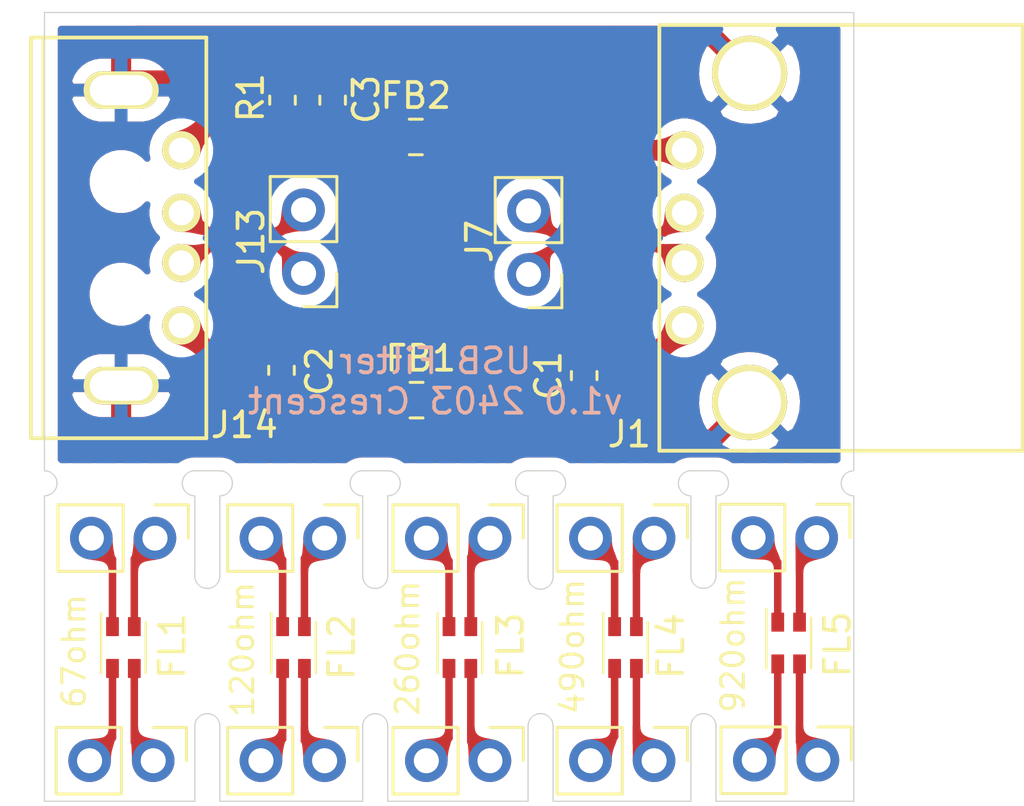
<source format=kicad_pcb>
(kicad_pcb (version 20171130) (host pcbnew "(5.1.2)-1")
  (title_block (title "USB Filter") (date 2024-03-13) (rev v1.0) (company Crescent))
  (layers (0 F.Cu signal) (31 B.Cu signal) (34 B.Paste user) (35 F.Paste user) (36 B.SilkS user) (37 F.SilkS user) (38 B.Mask user) (39 F.Mask user) (44 Edge.Cuts user))
  (net 0 "")
  (net 1 "Net-(C1-Pad2)")
  (net 2 "Net-(C1-Pad1)")
  (net 3 "Net-(C2-Pad1)")
  (net 4 "Net-(C3-Pad2)")
  (net 5 "Net-(FL1-Pad4)")
  (net 6 "Net-(FL1-Pad3)")
  (net 7 "Net-(FL1-Pad2)")
  (net 8 "Net-(FL1-Pad1)")
  (net 9 "Net-(FL2-Pad4)")
  (net 10 "Net-(FL2-Pad3)")
  (net 11 "Net-(FL2-Pad2)")
  (net 12 "Net-(FL2-Pad1)")
  (net 13 "Net-(FL3-Pad4)")
  (net 14 "Net-(FL3-Pad3)")
  (net 15 "Net-(FL3-Pad2)")
  (net 16 "Net-(FL3-Pad1)")
  (net 17 "Net-(FL4-Pad4)")
  (net 18 "Net-(FL4-Pad3)")
  (net 19 "Net-(FL4-Pad2)")
  (net 20 "Net-(FL4-Pad1)")
  (net 21 "Net-(FL5-Pad4)")
  (net 22 "Net-(FL5-Pad3)")
  (net 23 "Net-(FL5-Pad2)")
  (net 24 "Net-(FL5-Pad1)")
  (net 25 "Net-(J1-Pad3)")
  (net 26 "Net-(J1-Pad2)")
  (net 27 "Net-(J13-Pad2)")
  (net 28 "Net-(J13-Pad1)")
  (net 29 "Net-(C2-Pad2)")
  (module MountingHole:MountingHole_2.5mm (layer F.Cu) (at 159.4 128.3)
    (fp_text reference REF1 hide)
    (fp_text value MountingHole_2.5mm)
    (pad "" np_thru_hole circle (at 0 0) (size 0.6 0.6) (drill 0.6) (layers *.Cu))
  )
  (module MountingHole:MountingHole_2.5mm (layer F.Cu) (at 158.5 128.3)
    (fp_text reference REF1 hide)
    (fp_text value MountingHole_2.5mm)
    (pad "" np_thru_hole circle (at 0 0) (size 0.6 0.6) (drill 0.6) (layers *.Cu))
  )
  (module MountingHole:MountingHole_2.5mm (layer F.Cu) (at 157.6 128.3)
    (fp_text reference REF1 hide)
    (fp_text value MountingHole_2.5mm)
    (pad "" np_thru_hole circle (at 0 0) (size 0.6 0.6) (drill 0.6) (layers *.Cu))
  )
  (module MountingHole:MountingHole_2.5mm (layer F.Cu) (at 156.7 128.3)
    (fp_text reference REF1 hide)
    (fp_text value MountingHole_2.5mm)
    (pad "" np_thru_hole circle (at 0 0) (size 0.6 0.6) (drill 0.6) (layers *.Cu))
  )
  (module MountingHole:MountingHole_2.5mm (layer F.Cu) (at 155.8 128.3)
    (fp_text reference REF1 hide)
    (fp_text value MountingHole_2.5mm)
    (pad "" np_thru_hole circle (at 0 0) (size 0.6 0.6) (drill 0.6) (layers *.Cu))
  )
  (module MountingHole:MountingHole_2.5mm (layer F.Cu) (at 152.9 128.3)
    (fp_text reference REF1 hide)
    (fp_text value MountingHole_2.5mm)
    (pad "" np_thru_hole circle (at 0 0) (size 0.6 0.6) (drill 0.6) (layers *.Cu))
  )
  (module MountingHole:MountingHole_2.5mm (layer F.Cu) (at 152 128.3)
    (fp_text reference REF1 hide)
    (fp_text value MountingHole_2.5mm)
    (pad "" np_thru_hole circle (at 0 0) (size 0.6 0.6) (drill 0.6) (layers *.Cu))
  )
  (module MountingHole:MountingHole_2.5mm (layer F.Cu) (at 151.1 128.3)
    (fp_text reference REF1 hide)
    (fp_text value MountingHole_2.5mm)
    (pad "" np_thru_hole circle (at 0 0) (size 0.6 0.6) (drill 0.6) (layers *.Cu))
  )
  (module MountingHole:MountingHole_2.5mm (layer F.Cu) (at 150.2 128.3)
    (fp_text reference REF1 hide)
    (fp_text value MountingHole_2.5mm)
    (pad "" np_thru_hole circle (at 0 0) (size 0.6 0.6) (drill 0.6) (layers *.Cu))
  )
  (module MountingHole:MountingHole_2.5mm (layer F.Cu) (at 149.3 128.3)
    (fp_text reference REF1 hide)
    (fp_text value MountingHole_2.5mm)
    (pad "" np_thru_hole circle (at 0 0) (size 0.6 0.6) (drill 0.6) (layers *.Cu))
  )
  (module MountingHole:MountingHole_2.5mm (layer F.Cu) (at 146.3 128.3)
    (fp_text reference REF1 hide)
    (fp_text value MountingHole_2.5mm)
    (pad "" np_thru_hole circle (at 0 0) (size 0.6 0.6) (drill 0.6) (layers *.Cu))
  )
  (module MountingHole:MountingHole_2.5mm (layer F.Cu) (at 145.4 128.3)
    (fp_text reference REF1 hide)
    (fp_text value MountingHole_2.5mm)
    (pad "" np_thru_hole circle (at 0 0) (size 0.6 0.6) (drill 0.6) (layers *.Cu))
  )
  (module MountingHole:MountingHole_2.5mm (layer F.Cu) (at 144.5 128.3)
    (fp_text reference REF1 hide)
    (fp_text value MountingHole_2.5mm)
    (pad "" np_thru_hole circle (at 0 0) (size 0.6 0.6) (drill 0.6) (layers *.Cu))
  )
  (module MountingHole:MountingHole_2.5mm (layer F.Cu) (at 143.6 128.3)
    (fp_text reference REF1 hide)
    (fp_text value MountingHole_2.5mm)
    (pad "" np_thru_hole circle (at 0 0) (size 0.6 0.6) (drill 0.6) (layers *.Cu))
  )
  (module MountingHole:MountingHole_2.5mm (layer F.Cu) (at 142.7 128.3)
    (fp_text reference REF1 hide)
    (fp_text value MountingHole_2.5mm)
    (pad "" np_thru_hole circle (at 0 0) (size 0.6 0.6) (drill 0.6) (layers *.Cu))
  )
  (module MountingHole:MountingHole_2.5mm (layer F.Cu) (at 139.7 128.3)
    (fp_text reference REF1 hide)
    (fp_text value MountingHole_2.5mm)
    (pad "" np_thru_hole circle (at 0 0) (size 0.6 0.6) (drill 0.6) (layers *.Cu))
  )
  (module MountingHole:MountingHole_2.5mm (layer F.Cu) (at 138.8 128.3)
    (fp_text reference REF1 hide)
    (fp_text value MountingHole_2.5mm)
    (pad "" np_thru_hole circle (at 0 0) (size 0.6 0.6) (drill 0.6) (layers *.Cu))
  )
  (module MountingHole:MountingHole_2.5mm (layer F.Cu) (at 137.9 128.3)
    (fp_text reference REF1 hide)
    (fp_text value MountingHole_2.5mm)
    (pad "" np_thru_hole circle (at 0 0) (size 0.6 0.6) (drill 0.6) (layers *.Cu))
  )
  (module MountingHole:MountingHole_2.5mm (layer F.Cu) (at 137 128.3)
    (fp_text reference REF1 hide)
    (fp_text value MountingHole_2.5mm)
    (pad "" np_thru_hole circle (at 0 0) (size 0.6 0.6) (drill 0.6) (layers *.Cu))
  )
  (module MountingHole:MountingHole_2.5mm (layer F.Cu) (at 136 128.3)
    (fp_text reference REF1 hide)
    (fp_text value MountingHole_2.5mm)
    (pad "" np_thru_hole circle (at 0 0) (size 0.6 0.6) (drill 0.6) (layers *.Cu))
  )
  (module MountingHole:MountingHole_2.5mm (layer F.Cu) (at 129 128.3)
    (fp_text reference REF1 hide)
    (fp_text value MountingHole_2.5mm)
    (pad "" np_thru_hole circle (at 0 0) (size 0.6 0.6) (drill 0.6) (layers *.Cu))
  )
  (module MountingHole:MountingHole_2.5mm (layer F.Cu) (at 130 128.3)
    (fp_text reference REF1 hide)
    (fp_text value MountingHole_2.5mm)
    (pad "" np_thru_hole circle (at 0 0) (size 0.6 0.6) (drill 0.6) (layers *.Cu))
  )
  (module MountingHole:MountingHole_2.5mm (layer F.Cu) (at 131 128.3)
    (fp_text reference REF1 hide)
    (fp_text value MountingHole_2.5mm)
    (pad "" np_thru_hole circle (at 0 0) (size 0.6 0.6) (drill 0.6) (layers *.Cu))
  )
  (module MountingHole:MountingHole_2.5mm (layer F.Cu) (at 132 128.3)
    (fp_text reference REF1 hide)
    (fp_text value MountingHole_2.5mm)
    (pad "" np_thru_hole circle (at 0 0) (size 0.6 0.6) (drill 0.6) (layers *.Cu))
  )
  (module MountingHole:MountingHole_2.5mm (layer F.Cu) (at 133 128.3)
    (fp_text reference REF1 hide)
    (fp_text value MountingHole_2.5mm)
    (pad "" np_thru_hole circle (at 0 0) (size 0.6 0.6) (drill 0.6) (layers *.Cu))
  )
  (module MountingHole:MountingHole_2.5mm (layer F.Cu) (at 134.5 137)
    (fp_text reference REF1 hide)
    (fp_text value MountingHole_2.5mm)
    (pad "" np_thru_hole circle (at 0 0) (size 0.6 0.6) (drill 0.6) (layers *.Cu))
  )
  (module MountingHole:MountingHole_2.5mm (layer F.Cu) (at 134.5 136)
    (fp_text reference REF1 hide)
    (fp_text value MountingHole_2.5mm)
    (pad "" np_thru_hole circle (at 0 0) (size 0.6 0.6) (drill 0.6) (layers *.Cu))
  )
  (module MountingHole:MountingHole_2.5mm (layer F.Cu) (at 134.5 135)
    (fp_text reference REF1 hide)
    (fp_text value MountingHole_2.5mm)
    (pad "" np_thru_hole circle (at 0 0) (size 0.6 0.6) (drill 0.6) (layers *.Cu))
  )
  (module MountingHole:MountingHole_2.5mm (layer F.Cu) (at 134.5 134)
    (fp_text reference REF1 hide)
    (fp_text value MountingHole_2.5mm)
    (pad "" np_thru_hole circle (at 0 0) (size 0.6 0.6) (drill 0.6) (layers *.Cu))
  )
  (module MountingHole:MountingHole_2.5mm (layer F.Cu) (at 134.5 133)
    (fp_text reference REF1 hide)
    (fp_text value MountingHole_2.5mm)
    (pad "" np_thru_hole circle (at 0 0) (size 0.6 0.6) (drill 0.6) (layers *.Cu))
  )
  (module MountingHole:MountingHole_2.5mm (layer F.Cu) (at 141.2 137)
    (fp_text reference REF1 hide)
    (fp_text value MountingHole_2.5mm)
    (pad "" np_thru_hole circle (at 0 0) (size 0.6 0.6) (drill 0.6) (layers *.Cu))
  )
  (module MountingHole:MountingHole_2.5mm (layer F.Cu) (at 141.2 136)
    (fp_text reference REF1 hide)
    (fp_text value MountingHole_2.5mm)
    (pad "" np_thru_hole circle (at 0 0) (size 0.6 0.6) (drill 0.6) (layers *.Cu))
  )
  (module MountingHole:MountingHole_2.5mm (layer F.Cu) (at 141.2 135)
    (fp_text reference REF1 hide)
    (fp_text value MountingHole_2.5mm)
    (pad "" np_thru_hole circle (at 0 0) (size 0.6 0.6) (drill 0.6) (layers *.Cu))
  )
  (module MountingHole:MountingHole_2.5mm (layer F.Cu) (at 141.2 134)
    (fp_text reference REF1 hide)
    (fp_text value MountingHole_2.5mm)
    (pad "" np_thru_hole circle (at 0 0) (size 0.6 0.6) (drill 0.6) (layers *.Cu))
  )
  (module MountingHole:MountingHole_2.5mm (layer F.Cu) (at 141.2 133)
    (fp_text reference REF1 hide)
    (fp_text value MountingHole_2.5mm)
    (pad "" np_thru_hole circle (at 0 0) (size 0.6 0.6) (drill 0.6) (layers *.Cu))
  )
  (module MountingHole:MountingHole_2.5mm (layer F.Cu) (at 147.8 137)
    (fp_text reference REF1 hide)
    (fp_text value MountingHole_2.5mm)
    (pad "" np_thru_hole circle (at 0 0) (size 0.6 0.6) (drill 0.6) (layers *.Cu))
  )
  (module MountingHole:MountingHole_2.5mm (layer F.Cu) (at 147.8 136)
    (fp_text reference REF1 hide)
    (fp_text value MountingHole_2.5mm)
    (pad "" np_thru_hole circle (at 0 0) (size 0.6 0.6) (drill 0.6) (layers *.Cu))
  )
  (module MountingHole:MountingHole_2.5mm (layer F.Cu) (at 147.8 135)
    (fp_text reference REF1 hide)
    (fp_text value MountingHole_2.5mm)
    (pad "" np_thru_hole circle (at 0 0) (size 0.6 0.6) (drill 0.6) (layers *.Cu))
  )
  (module MountingHole:MountingHole_2.5mm (layer F.Cu) (at 147.8 134)
    (fp_text reference REF1 hide)
    (fp_text value MountingHole_2.5mm)
    (pad "" np_thru_hole circle (at 0 0) (size 0.6 0.6) (drill 0.6) (layers *.Cu))
  )
  (module MountingHole:MountingHole_2.5mm (layer F.Cu) (at 147.8 133)
    (fp_text reference REF1 hide)
    (fp_text value MountingHole_2.5mm)
    (pad "" np_thru_hole circle (at 0 0) (size 0.6 0.6) (drill 0.6) (layers *.Cu))
  )
  (module MountingHole:MountingHole_2.5mm (layer F.Cu) (at 154.31 137)
    (fp_text reference REF1 hide)
    (fp_text value MountingHole_2.5mm)
    (pad "" np_thru_hole circle (at 0 0) (size 0.6 0.6) (drill 0.6) (layers *.Cu))
  )
  (module MountingHole:MountingHole_2.5mm (layer F.Cu) (at 154.31 136.01)
    (fp_text reference REF1 hide)
    (fp_text value MountingHole_2.5mm)
    (pad "" np_thru_hole circle (at 0 0) (size 0.6 0.6) (drill 0.6) (layers *.Cu))
  )
  (module MountingHole:MountingHole_2.5mm (layer F.Cu) (at 154.3 135.01)
    (fp_text reference REF1 hide)
    (fp_text value MountingHole_2.5mm)
    (pad "" np_thru_hole circle (at 0 0) (size 0.6 0.6) (drill 0.6) (layers *.Cu))
  )
  (module MountingHole:MountingHole_2.5mm (layer F.Cu) (at 154.31 134.01)
    (fp_text reference REF1 hide)
    (fp_text value MountingHole_2.5mm)
    (pad "" np_thru_hole circle (at 0 0) (size 0.6 0.6) (drill 0.6) (layers *.Cu))
  )
  (module MountingHole:MountingHole_2.5mm (layer F.Cu) (at 154.3 133.01)
    (fp_text reference REF1 hide)
    (fp_text value MountingHole_2.5mm)
    (pad "" np_thru_hole circle (at 0 0) (size 0.6 0.6) (drill 0.6) (layers *.Cu))
  )
  (module Inductor_SMD:L_0805_2012Metric (layer F.Cu) (at 142.82 114.47)
    (fp_text reference FB2 (at 0 -1.65) (layer F.SilkS))
    (fp_text value 330ohm@100MHz)
    (pad 2 smd roundrect (at 0.9375 0) (size 0.975 1.4) (layers F.Cu F.Paste F.Mask) (net 1 "Net-(C1-Pad2)"))
    (pad 1 smd roundrect (at -0.9375 0) (size 0.975 1.4) (layers F.Cu F.Paste F.Mask) (net 29 "Net-(C2-Pad2)"))
  )
  (module Capacitor_SMD:C_0603_1608Metric (layer F.Cu) (at 139.5 113 90)
    (fp_text reference C3 (at 0.03 1.34 90) (layer F.SilkS))
    (fp_text value C)
    (pad 2 smd roundrect (at 0.7875 0 90) (size 0.875 0.95) (layers F.Cu F.Paste F.Mask) (net 4 "Net-(C3-Pad2)"))
    (pad 1 smd roundrect (at -0.7875 0 90) (size 0.875 0.95) (layers F.Cu F.Paste F.Mask) (net 29 "Net-(C2-Pad2)"))
  )
  (module Inductor_SMD:L_0805_2012Metric (layer F.Cu) (at 142.85 124.98 180)
    (fp_text reference FB1 (at -0.17 1.67) (layer F.SilkS))
    (fp_text value 330ohm@100MHz)
    (pad 2 smd roundrect (at 0.9375 0 180) (size 0.975 1.4) (layers F.Cu F.Paste F.Mask) (net 3 "Net-(C2-Pad1)"))
    (pad 1 smd roundrect (at -0.9375 0 180) (size 0.975 1.4) (layers F.Cu F.Paste F.Mask) (net 2 "Net-(C1-Pad1)"))
  )
  (module Resistor_SMD:R_0603_1608Metric (layer F.Cu) (at 137.5 113 90)
    (fp_text reference R1 (at 0.1 -1.27 90) (layer F.SilkS))
    (fp_text value R)
    (pad 2 smd roundrect (at 0.7875 0 90) (size 0.875 0.95) (layers F.Cu F.Paste F.Mask) (net 4 "Net-(C3-Pad2)"))
    (pad 1 smd roundrect (at -0.7875 0 90) (size 0.875 0.95) (layers F.Cu F.Paste F.Mask) (net 29 "Net-(C2-Pad2)"))
  )
  (module USBA:USBA (layer F.Cu) (at 133.46 122 90)
    (fp_text reference J14 (at -3.97 2.52 180) (layer F.SilkS))
    (fp_text value USB_Device)
    (pad "" np_thru_hole circle (at 1.25 -2.4 90) (size 1.5 1.5) (drill 1.5) (layers *.Cu))
    (pad "" np_thru_hole circle (at 5.75 -2.4 90) (size 1.5 1.5) (drill 1.5) (layers *.Cu F.SilkS))
    (pad 5 thru_hole oval (at -2.4 -2.4 90) (size 1.5 3) (drill oval 1.2 2.5) (layers *.Cu *.Paste *.Mask F.SilkS) (net 4 "Net-(C3-Pad2)"))
    (pad 5 thru_hole oval (at 9.4 -2.4 90) (size 1.5 3) (drill oval 1.2 2.5) (layers *.Cu *.Paste *.Mask F.SilkS) (net 4 "Net-(C3-Pad2)"))
    (pad 4 thru_hole circle (at 7 0 90) (size 1.524 1.524) (drill 1) (layers *.Cu *.Paste *.Mask F.SilkS) (net 29 "Net-(C2-Pad2)"))
    (pad 3 thru_hole circle (at 4.5 0 90) (size 1.524 1.524) (drill 1) (layers *.Cu *.Paste *.Mask F.SilkS) (net 27 "Net-(J13-Pad2)"))
    (pad 2 thru_hole circle (at 2.5 0 90) (size 1.524 1.524) (drill 1) (layers *.Cu *.Paste *.Mask F.SilkS) (net 28 "Net-(J13-Pad1)"))
    (pad 1 thru_hole circle (at 0 0 90) (size 1.524 1.524) (drill 1) (layers *.Cu *.Paste *.Mask F.SilkS) (net 3 "Net-(C2-Pad1)"))
  )
  (module Connector_PinHeader_2.54mm:PinHeader_1x02_P2.54mm_Vertical (layer F.Cu) (at 138.34 119.92 180)
    (fp_text reference J13 (at 2.09 1.28 90) (layer F.SilkS))
    (fp_text value Conn_01x02)
    (pad 2 thru_hole oval (at 0 2.54 180) (size 1.7 1.7) (drill 1) (layers *.Cu *.Mask) (net 27 "Net-(J13-Pad2)"))
    (pad 1 thru_hole circle (at 0 0 180) (size 1.7 1.7) (drill 1) (layers *.Cu *.Mask) (net 28 "Net-(J13-Pad1)"))
  )
  (module Connector_PinHeader_2.54mm:PinHeader_1x02_P2.54mm_Vertical (layer F.Cu) (at 158.87 139.36 270)
    (fp_text reference J12 hide)
    (fp_text value Conn_01x02)
    (pad 2 thru_hole oval (at 0 2.54 270) (size 1.7 1.7) (drill 1) (layers *.Cu *.Mask) (net 23 "Net-(FL5-Pad2)"))
    (pad 1 thru_hole circle (at 0 0 270) (size 1.7 1.7) (drill 1) (layers *.Cu *.Mask) (net 22 "Net-(FL5-Pad3)"))
  )
  (module Connector_PinHeader_2.54mm:PinHeader_1x02_P2.54mm_Vertical (layer F.Cu) (at 152.33 139.38 270)
    (fp_text reference J11 hide)
    (fp_text value Conn_01x02)
    (pad 2 thru_hole oval (at 0 2.54 270) (size 1.7 1.7) (drill 1) (layers *.Cu *.Mask) (net 19 "Net-(FL4-Pad2)"))
    (pad 1 thru_hole circle (at 0 0 270) (size 1.7 1.7) (drill 1) (layers *.Cu *.Mask) (net 18 "Net-(FL4-Pad3)"))
  )
  (module Connector_PinHeader_2.54mm:PinHeader_1x02_P2.54mm_Vertical (layer F.Cu) (at 145.78 139.38 270)
    (fp_text reference J10 hide)
    (fp_text value Conn_01x02)
    (pad 2 thru_hole oval (at 0 2.54 270) (size 1.7 1.7) (drill 1) (layers *.Cu *.Mask) (net 15 "Net-(FL3-Pad2)"))
    (pad 1 thru_hole circle (at 0 0 270) (size 1.7 1.7) (drill 1) (layers *.Cu *.Mask) (net 14 "Net-(FL3-Pad3)"))
  )
  (module Connector_PinHeader_2.54mm:PinHeader_1x02_P2.54mm_Vertical (layer F.Cu) (at 139.18 139.38 270)
    (fp_text reference J9 hide)
    (fp_text value Conn_01x02)
    (pad 2 thru_hole oval (at 0 2.54 270) (size 1.7 1.7) (drill 1) (layers *.Cu *.Mask) (net 11 "Net-(FL2-Pad2)"))
    (pad 1 thru_hole circle (at 0 0 270) (size 1.7 1.7) (drill 1) (layers *.Cu *.Mask) (net 10 "Net-(FL2-Pad3)"))
  )
  (module Connector_PinHeader_2.54mm:PinHeader_1x02_P2.54mm_Vertical (layer F.Cu) (at 132.34 139.38 270)
    (fp_text reference J8 hide)
    (fp_text value Conn_01x02)
    (pad 2 thru_hole oval (at 0 2.54 270) (size 1.7 1.7) (drill 1) (layers *.Cu *.Mask) (net 7 "Net-(FL1-Pad2)"))
    (pad 1 thru_hole circle (at 0 0 270) (size 1.7 1.7) (drill 1) (layers *.Cu *.Mask) (net 6 "Net-(FL1-Pad3)"))
  )
  (module Connector_PinHeader_2.54mm:PinHeader_1x02_P2.54mm_Vertical (layer F.Cu) (at 147.32 119.96 180)
    (fp_text reference J7 (at 1.96 1.32 90) (layer F.SilkS))
    (fp_text value Conn_01x02)
    (pad 2 thru_hole oval (at 0 2.54 180) (size 1.7 1.7) (drill 1) (layers *.Cu *.Mask) (net 25 "Net-(J1-Pad3)"))
    (pad 1 thru_hole circle (at 0 0 180) (size 1.7 1.7) (drill 1) (layers *.Cu *.Mask) (net 26 "Net-(J1-Pad2)"))
  )
  (module Connector_PinHeader_2.54mm:PinHeader_1x02_P2.54mm_Vertical (layer F.Cu) (at 158.82 130.47 270)
    (fp_text reference J6 hide)
    (fp_text value Conn_01x02)
    (pad 2 thru_hole oval (at 0 2.54 270) (size 1.7 1.7) (drill 1) (layers *.Cu *.Mask) (net 24 "Net-(FL5-Pad1)"))
    (pad 1 thru_hole circle (at 0 0 270) (size 1.7 1.7) (drill 1) (layers *.Cu *.Mask) (net 21 "Net-(FL5-Pad4)"))
  )
  (module Connector_PinHeader_2.54mm:PinHeader_1x02_P2.54mm_Vertical (layer F.Cu) (at 152.33 130.49 270)
    (fp_text reference J5 hide)
    (fp_text value Conn_01x02)
    (pad 2 thru_hole oval (at 0 2.54 270) (size 1.7 1.7) (drill 1) (layers *.Cu *.Mask) (net 20 "Net-(FL4-Pad1)"))
    (pad 1 thru_hole circle (at 0 0 270) (size 1.7 1.7) (drill 1) (layers *.Cu *.Mask) (net 17 "Net-(FL4-Pad4)"))
  )
  (module Connector_PinHeader_2.54mm:PinHeader_1x02_P2.54mm_Vertical (layer F.Cu) (at 145.78 130.49 270)
    (fp_text reference J4 hide)
    (fp_text value Conn_01x02)
    (pad 2 thru_hole oval (at 0 2.54 270) (size 1.7 1.7) (drill 1) (layers *.Cu *.Mask) (net 16 "Net-(FL3-Pad1)"))
    (pad 1 thru_hole circle (at 0 0 270) (size 1.7 1.7) (drill 1) (layers *.Cu *.Mask) (net 13 "Net-(FL3-Pad4)"))
  )
  (module Connector_PinHeader_2.54mm:PinHeader_1x02_P2.54mm_Vertical (layer F.Cu) (at 139.18 130.49 270)
    (fp_text reference J3 hide)
    (fp_text value Conn_01x02)
    (pad 2 thru_hole oval (at 0 2.54 270) (size 1.7 1.7) (drill 1) (layers *.Cu *.Mask) (net 12 "Net-(FL2-Pad1)"))
    (pad 1 thru_hole circle (at 0 0 270) (size 1.7 1.7) (drill 1) (layers *.Cu *.Mask) (net 9 "Net-(FL2-Pad4)"))
  )
  (module Connector_PinHeader_2.54mm:PinHeader_1x02_P2.54mm_Vertical (layer F.Cu) (at 132.41 130.49 270)
    (fp_text reference J2 hide)
    (fp_text value Conn_01x02)
    (pad 2 thru_hole oval (at 0 2.54 270) (size 1.7 1.7) (drill 1) (layers *.Cu *.Mask) (net 8 "Net-(FL1-Pad1)"))
    (pad 1 thru_hole circle (at 0 0 270) (size 1.7 1.7) (drill 1) (layers *.Cu *.Mask) (net 5 "Net-(FL1-Pad4)"))
  )
  (module USBHOST:USBHOST (layer F.Cu) (at 153.54 122 90)
    (fp_text reference J1 (at -4.34 -2.2 180) (layer F.SilkS))
    (fp_text value USB_Host)
    (pad 5 thru_hole circle (at 10.07 2.6 90) (size 3 3) (drill 2.5) (layers *.Cu *.Paste *.Mask F.SilkS) (net 4 "Net-(C3-Pad2)"))
    (pad 5 thru_hole circle (at -3.07 2.6 90) (size 3 3) (drill 2.5) (layers *.Cu *.Paste *.Mask F.SilkS) (net 4 "Net-(C3-Pad2)"))
    (pad 4 thru_hole circle (at 7 0 90) (size 1.524 1.524) (drill 1) (layers *.Cu *.Paste *.Mask F.SilkS) (net 1 "Net-(C1-Pad2)"))
    (pad 3 thru_hole circle (at 4.5 0 90) (size 1.524 1.524) (drill 1) (layers *.Cu *.Paste *.Mask F.SilkS) (net 25 "Net-(J1-Pad3)"))
    (pad 2 thru_hole circle (at 2.5 0 90) (size 1.524 1.524) (drill 1) (layers *.Cu *.Paste *.Mask F.SilkS) (net 26 "Net-(J1-Pad2)"))
    (pad 1 thru_hole circle (at 0 0 90) (size 1.524 1.524) (drill 1) (layers *.Cu *.Paste *.Mask F.SilkS) (net 2 "Net-(C1-Pad1)"))
  )
  (module CMF:L_CommonModeChoke_Coilcraft_0805USB (layer F.Cu) (at 157.7 134.68)
    (fp_text reference FL5 (at 1.95 0.05 90) (layer F.SilkS))
    (fp_text value 920ohm@100MHz)
    (pad 4 smd roundrect (at 0.435 -0.835) (size 0.51 0.76) (layers F.Cu F.Paste F.Mask) (roundrect_rratio 0.05) (net 21 "Net-(FL5-Pad4)"))
    (pad 3 smd roundrect (at 0.435 0.835) (size 0.51 0.76) (layers F.Cu F.Paste F.Mask) (roundrect_rratio 0.05) (net 22 "Net-(FL5-Pad3)"))
    (pad 2 smd roundrect (at -0.435 0.835) (size 0.51 0.76) (layers F.Cu F.Paste F.Mask) (roundrect_rratio 0.05) (net 23 "Net-(FL5-Pad2)"))
    (pad 1 smd roundrect (at -0.435 -0.835) (size 0.51 0.76) (layers F.Cu F.Paste F.Mask) (roundrect_rratio 0.05) (net 24 "Net-(FL5-Pad1)"))
  )
  (module CMF:L_CommonModeChoke_Coilcraft_0805USB (layer F.Cu) (at 151.19 134.86)
    (fp_text reference FL4 (at 1.81 -0.06 270) (layer F.SilkS))
    (fp_text value 490ohm@100MHz)
    (pad 4 smd roundrect (at 0.435 -0.835) (size 0.51 0.76) (layers F.Cu F.Paste F.Mask) (roundrect_rratio 0.05) (net 17 "Net-(FL4-Pad4)"))
    (pad 3 smd roundrect (at 0.435 0.835) (size 0.51 0.76) (layers F.Cu F.Paste F.Mask) (roundrect_rratio 0.05) (net 18 "Net-(FL4-Pad3)"))
    (pad 2 smd roundrect (at -0.435 0.835) (size 0.51 0.76) (layers F.Cu F.Paste F.Mask) (roundrect_rratio 0.05) (net 19 "Net-(FL4-Pad2)"))
    (pad 1 smd roundrect (at -0.435 -0.835) (size 0.51 0.76) (layers F.Cu F.Paste F.Mask) (roundrect_rratio 0.05) (net 20 "Net-(FL4-Pad1)"))
  )
  (module CMF:L_CommonModeChoke_Coilcraft_0805USB (layer F.Cu) (at 144.58 134.86)
    (fp_text reference FL3 (at 2.02 -0.08 270) (layer F.SilkS))
    (fp_text value 260ohm@100MHz)
    (pad 4 smd roundrect (at 0.435 -0.835) (size 0.51 0.76) (layers F.Cu F.Paste F.Mask) (roundrect_rratio 0.05) (net 13 "Net-(FL3-Pad4)"))
    (pad 3 smd roundrect (at 0.435 0.835) (size 0.51 0.76) (layers F.Cu F.Paste F.Mask) (roundrect_rratio 0.05) (net 14 "Net-(FL3-Pad3)"))
    (pad 2 smd roundrect (at -0.435 0.835) (size 0.51 0.76) (layers F.Cu F.Paste F.Mask) (roundrect_rratio 0.05) (net 15 "Net-(FL3-Pad2)"))
    (pad 1 smd roundrect (at -0.435 -0.835) (size 0.51 0.76) (layers F.Cu F.Paste F.Mask) (roundrect_rratio 0.05) (net 16 "Net-(FL3-Pad1)"))
  )
  (module CMF:L_CommonModeChoke_Coilcraft_0805USB (layer F.Cu) (at 137.94 134.86)
    (fp_text reference FL2 (at 1.92 -0.02 270) (layer F.SilkS))
    (fp_text value 120ohm@100MHz)
    (pad 4 smd roundrect (at 0.435 -0.835) (size 0.51 0.76) (layers F.Cu F.Paste F.Mask) (roundrect_rratio 0.05) (net 9 "Net-(FL2-Pad4)"))
    (pad 3 smd roundrect (at 0.435 0.835) (size 0.51 0.76) (layers F.Cu F.Paste F.Mask) (roundrect_rratio 0.05) (net 10 "Net-(FL2-Pad3)"))
    (pad 2 smd roundrect (at -0.435 0.835) (size 0.51 0.76) (layers F.Cu F.Paste F.Mask) (roundrect_rratio 0.05) (net 11 "Net-(FL2-Pad2)"))
    (pad 1 smd roundrect (at -0.435 -0.835) (size 0.51 0.76) (layers F.Cu F.Paste F.Mask) (roundrect_rratio 0.05) (net 12 "Net-(FL2-Pad1)"))
  )
  (module CMF:L_CommonModeChoke_Coilcraft_0805USB (layer F.Cu) (at 131.15 134.86)
    (fp_text reference FL1 (at 1.95 -0.06 270) (layer F.SilkS))
    (fp_text value 67ohm@100MHz)
    (pad 4 smd roundrect (at 0.435 -0.835) (size 0.51 0.76) (layers F.Cu F.Paste F.Mask) (roundrect_rratio 0.05) (net 5 "Net-(FL1-Pad4)"))
    (pad 3 smd roundrect (at 0.435 0.835) (size 0.51 0.76) (layers F.Cu F.Paste F.Mask) (roundrect_rratio 0.05) (net 6 "Net-(FL1-Pad3)"))
    (pad 2 smd roundrect (at -0.435 0.835) (size 0.51 0.76) (layers F.Cu F.Paste F.Mask) (roundrect_rratio 0.05) (net 7 "Net-(FL1-Pad2)"))
    (pad 1 smd roundrect (at -0.435 -0.835) (size 0.51 0.76) (layers F.Cu F.Paste F.Mask) (roundrect_rratio 0.05) (net 8 "Net-(FL1-Pad1)"))
  )
  (module Capacitor_SMD:C_0603_1608Metric (layer F.Cu) (at 137.46 123.7875 90)
    (fp_text reference C2 (at -0.0425 1.51 90) (layer F.SilkS))
    (fp_text value 0.1u)
    (pad 2 smd roundrect (at 0.7875 0 90) (size 0.875 0.95) (layers F.Cu F.Paste F.Mask) (net 29 "Net-(C2-Pad2)"))
    (pad 1 smd roundrect (at -0.7875 0 90) (size 0.875 0.95) (layers F.Cu F.Paste F.Mask) (net 3 "Net-(C2-Pad1)"))
  )
  (module Capacitor_SMD:C_0603_1608Metric (layer F.Cu) (at 149.54 124 90)
    (fp_text reference C1 (at 0 -1.43 90) (layer F.SilkS))
    (fp_text value 0.1u)
    (pad 2 smd roundrect (at 0.7875 0 90) (size 0.875 0.95) (layers F.Cu F.Paste F.Mask) (net 1 "Net-(C1-Pad2)"))
    (pad 1 smd roundrect (at -0.7875 0 90) (size 0.875 0.95) (layers F.Cu F.Paste F.Mask) (net 2 "Net-(C1-Pad1)"))
  )
  (gr_line (start 154.8 141) (end 154.8 138) (layer Edge.Cuts) (width 0.05))
  (gr_line (start 153.8 138) (end 153.8 141) (layer Edge.Cuts) (width 0.05))
  (gr_line (start 154.8 132) (end 154.8 128.8) (layer Edge.Cuts) (width 0.05))
  (gr_line (start 153.8 128.8) (end 153.8 132) (layer Edge.Cuts) (width 0.05))
  (gr_line (start 148.3 132.03) (end 148.3 128.8) (layer Edge.Cuts) (width 0.05))
  (gr_line (start 147.3 128.8) (end 147.3 132.03) (layer Edge.Cuts) (width 0.05))
  (gr_line (start 148.3 141) (end 148.3 138) (layer Edge.Cuts) (width 0.05))
  (gr_line (start 147.3 140.9) (end 147.3 141) (layer Edge.Cuts) (width 0.05))
  (gr_line (start 147.3 138) (end 147.3 140.9) (layer Edge.Cuts) (width 0.05))
  (gr_line (start 141.7 141) (end 141.7 138) (layer Edge.Cuts) (width 0.05))
  (gr_line (start 140.7 138) (end 140.7 141) (layer Edge.Cuts) (width 0.05))
  (gr_line (start 141.7 132) (end 141.7 128.8) (layer Edge.Cuts) (width 0.05))
  (gr_line (start 140.7 128.8) (end 140.7 132) (layer Edge.Cuts) (width 0.05))
  (gr_line (start 135 132) (end 135 128.8) (layer Edge.Cuts) (width 0.05))
  (gr_line (start 134 128.8) (end 134 132) (layer Edge.Cuts) (width 0.05))
  (gr_line (start 135 141) (end 135 138) (layer Edge.Cuts) (width 0.05))
  (gr_line (start 134 138) (end 134 141) (layer Edge.Cuts) (width 0.05))
  (gr_line (start 154.8 141) (end 160.3 141) (layer Edge.Cuts) (width 0.05))
  (gr_line (start 148.3 141) (end 153.8 141) (layer Edge.Cuts) (width 0.05))
  (gr_line (start 141.7 141) (end 147.3 141) (layer Edge.Cuts) (width 0.05))
  (gr_line (start 135 141) (end 140.7 141) (layer Edge.Cuts) (width 0.05))
  (gr_line (start 128 141) (end 134 141) (layer Edge.Cuts) (width 0.05))
  (gr_line (start 135 127.8) (end 134 127.8) (layer Edge.Cuts) (width 0.05))
  (gr_line (start 140.7 127.8) (end 141.7 127.8) (layer Edge.Cuts) (width 0.05))
  (gr_line (start 147.3 127.8) (end 148.3 127.8) (layer Edge.Cuts) (width 0.05))
  (gr_line (start 154.8 127.8) (end 153.8 127.8) (layer Edge.Cuts) (width 0.05))
  (gr_arc (start 160.3 128.3) (end 160.3 127.8) (angle -180) (layer Edge.Cuts) (width 0.05))
  (gr_arc (start 153.8 128.3) (end 153.8 127.8) (angle -180) (layer Edge.Cuts) (width 0.05))
  (gr_arc (start 154.8 128.3) (end 154.8 128.8) (angle -180) (layer Edge.Cuts) (width 0.05))
  (gr_arc (start 148.3 128.3) (end 148.3 128.8) (angle -180) (layer Edge.Cuts) (width 0.05))
  (gr_arc (start 147.3 128.3) (end 147.3 127.8) (angle -180) (layer Edge.Cuts) (width 0.05))
  (gr_arc (start 141.7 128.3) (end 141.7 128.8) (angle -180) (layer Edge.Cuts) (width 0.05))
  (gr_arc (start 140.7 128.3) (end 140.7 127.8) (angle -180) (layer Edge.Cuts) (width 0.05))
  (gr_arc (start 135 128.3) (end 135 128.8) (angle -180) (layer Edge.Cuts) (width 0.05))
  (gr_arc (start 134 128.3) (end 134 127.8) (angle -180) (layer Edge.Cuts) (width 0.05))
  (gr_arc (start 128 128.3) (end 128 128.8) (angle -180) (layer Edge.Cuts) (width 0.05))
  (gr_arc (start 134.5 132) (end 134 132) (angle -180) (layer Edge.Cuts) (width 0.05))
  (gr_arc (start 134.5 138) (end 135 138) (angle -180) (layer Edge.Cuts) (width 0.05))
  (gr_arc (start 141.2 138) (end 141.7 138) (angle -180) (layer Edge.Cuts) (width 0.05))
  (gr_arc (start 141.2 132) (end 140.7 132) (angle -180) (layer Edge.Cuts) (width 0.05))
  (gr_arc (start 147.8 138) (end 148.3 138) (angle -180) (layer Edge.Cuts) (width 0.05))
  (gr_arc (start 147.8 132.03) (end 147.3 132.03) (angle -180) (layer Edge.Cuts) (width 0.05))
  (gr_arc (start 154.3 138) (end 154.8 138) (angle -180) (layer Edge.Cuts) (width 0.05))
  (gr_arc (start 154.3 132) (end 153.8 132) (angle -180) (layer Edge.Cuts) (width 0.05))
  (gr_text 920ohm (at 155.48 134.76 90) (layer F.SilkS) (effects (font (size 0.9 0.9) (thickness 0.12))))
  (gr_text 490ohm (at 149.07 134.82 90) (layer F.SilkS) (effects (font (size 0.9 0.9) (thickness 0.12))))
  (gr_text 260ohm (at 142.49 134.89 90) (layer F.SilkS) (effects (font (size 0.9 0.9) (thickness 0.12))))
  (gr_text 120ohm (at 135.9 134.94 90) (layer F.SilkS) (effects (font (size 0.9 0.9) (thickness 0.12))))
  (gr_text 67ohm (at 129.18 135 90) (layer F.SilkS) (effects (font (size 0.9 0.9) (thickness 0.12))))
  (gr_text "USB Filter\nv1.0 2403 Crescent" (at 143.6 124.22) (layer B.SilkS) (effects (font (size 1 1)) (justify mirror)))
  (gr_line (start 128 141) (end 128 128.8) (layer Edge.Cuts) (width 0.05))
  (gr_line (start 160.3 128.8) (end 160.3 141) (layer Edge.Cuts) (width 0.05))
  (gr_line (start 160.3 109.5) (end 128 109.5) (layer Edge.Cuts) (width 0.05))
  (gr_line (start 160.3 109.5) (end 160.3 127.8) (layer Edge.Cuts) (width 0.05))
  (gr_line (start 128 109.5) (end 128 127.8) (layer Edge.Cuts) (width 0.05))
  (segment (start 148.965 123.2125) (end 149.54 123.2125) (width 0.8) (layer F.Cu) (net 1))
  (segment (start 147.792498 123.2125) (end 148.965 123.2125) (width 0.8) (layer F.Cu) (net 1))
  (segment (start 145.31 115.3) (end 145.31 120.730002) (width 0.8) (layer F.Cu) (net 1))
  (segment (start 145.31 120.730002) (end 147.792498 123.2125) (width 0.8) (layer F.Cu) (net 1))
  (segment (start 145.175 115.3) (end 145.31 115.3) (width 0.8) (layer F.Cu) (net 1))
  (segment (start 144.345 114.47) (end 145.175 115.3) (width 0.8) (layer F.Cu) (net 1))
  (segment (start 143.7575 114.47) (end 144.345 114.47) (width 0.8) (layer F.Cu) (net 1))
  (segment (start 145.61 115) (end 145.31 115.3) (width 0.8) (layer F.Cu) (net 1))
  (segment (start 153.54 115) (end 145.61 115) (width 0.8) (layer F.Cu) (net 1))
  (segment (start 150.7525 124.7875) (end 149.54 124.7875) (width 0.8) (layer F.Cu) (net 2))
  (segment (start 153.54 122) (end 150.7525 124.7875) (width 0.8) (layer F.Cu) (net 2))
  (segment (start 149.3475 124.98) (end 149.54 124.7875) (width 0.8) (layer F.Cu) (net 2))
  (segment (start 143.7875 124.98) (end 149.3475 124.98) (width 0.8) (layer F.Cu) (net 2))
  (segment (start 137.865 124.98) (end 137.46 124.575) (width 0.8) (layer F.Cu) (net 3))
  (segment (start 141.9125 124.98) (end 137.865 124.98) (width 0.8) (layer F.Cu) (net 3))
  (segment (start 136.035 124.575) (end 133.46 122) (width 0.8) (layer F.Cu) (net 3))
  (segment (start 137.46 124.575) (end 136.035 124.575) (width 0.8) (layer F.Cu) (net 3))
  (segment (start 154.640001 126.569999) (end 156.14 125.07) (width 0.8) (layer F.Cu) (net 4))
  (segment (start 131.679999 126.569999) (end 154.640001 126.569999) (width 0.8) (layer F.Cu) (net 4))
  (segment (start 131.06 125.95) (end 131.679999 126.569999) (width 0.8) (layer F.Cu) (net 4))
  (segment (start 131.06 124.4) (end 131.06 125.95) (width 0.8) (layer F.Cu) (net 4))
  (segment (start 131.06 111.05) (end 131.06 112.6) (width 0.8) (layer F.Cu) (net 4))
  (segment (start 131.679999 110.430001) (end 131.06 111.05) (width 0.8) (layer F.Cu) (net 4))
  (segment (start 156.14 111.93) (end 154.640001 110.430001) (width 0.8) (layer F.Cu) (net 4))
  (segment (start 154.640001 110.430001) (end 150.569999 110.430001) (width 0.8) (layer F.Cu) (net 4))
  (segment (start 150.569999 110.430001) (end 131.679999 110.430001) (width 0.8) (layer F.Cu) (net 4))
  (segment (start 139.5 112.2125) (end 137.5 112.2125) (width 0.8) (layer F.Cu) (net 4))
  (segment (start 131.4475 112.2125) (end 131.06 112.6) (width 0.8) (layer F.Cu) (net 4))
  (segment (start 137.5 112.2125) (end 131.4475 112.2125) (width 0.8) (layer F.Cu) (net 4))
  (segment (start 130.6 124.4) (end 131.06 124.4) (width 0.8) (layer F.Cu) (net 4))
  (segment (start 131.06 112.6) (end 130.2 112.6) (width 0.8) (layer F.Cu) (net 4))
  (segment (start 131.585 131.315) (end 132.41 130.49) (width 0.3) (layer F.Cu) (net 5))
  (segment (start 131.585 134.025) (end 131.585 131.315) (width 0.3) (layer F.Cu) (net 5))
  (segment (start 131.585 138.625) (end 132.34 139.38) (width 0.3) (layer F.Cu) (net 6))
  (segment (start 131.585 135.695) (end 131.585 138.625) (width 0.3) (layer F.Cu) (net 6))
  (segment (start 130.715 138.465) (end 129.8 139.38) (width 0.3) (layer F.Cu) (net 7))
  (segment (start 130.715 135.695) (end 130.715 138.465) (width 0.3) (layer F.Cu) (net 7))
  (segment (start 130.715 131.335) (end 129.87 130.49) (width 0.3) (layer F.Cu) (net 8))
  (segment (start 130.715 134.025) (end 130.715 131.335) (width 0.3) (layer F.Cu) (net 8))
  (segment (start 138.375 131.295) (end 139.18 130.49) (width 0.3) (layer F.Cu) (net 9))
  (segment (start 138.375 134.025) (end 138.375 131.295) (width 0.3) (layer F.Cu) (net 9))
  (segment (start 138.375 138.575) (end 139.18 139.38) (width 0.3) (layer F.Cu) (net 10))
  (segment (start 138.375 135.695) (end 138.375 138.575) (width 0.3) (layer F.Cu) (net 10))
  (segment (start 137.505 138.515) (end 136.64 139.38) (width 0.3) (layer F.Cu) (net 11))
  (segment (start 137.505 135.695) (end 137.505 138.515) (width 0.3) (layer F.Cu) (net 11))
  (segment (start 137.505 131.355) (end 136.64 130.49) (width 0.3) (layer F.Cu) (net 12))
  (segment (start 137.505 134.025) (end 137.505 131.355) (width 0.3) (layer F.Cu) (net 12))
  (segment (start 145.015 131.255) (end 145.78 130.49) (width 0.3) (layer F.Cu) (net 13))
  (segment (start 145.015 134.025) (end 145.015 131.255) (width 0.3) (layer F.Cu) (net 13))
  (segment (start 145.015 138.615) (end 145.78 139.38) (width 0.3) (layer F.Cu) (net 14))
  (segment (start 145.015 135.695) (end 145.015 138.615) (width 0.3) (layer F.Cu) (net 14))
  (segment (start 144.145 138.475) (end 144.145 135.695) (width 0.3) (layer F.Cu) (net 15))
  (segment (start 143.24 139.38) (end 144.145 138.475) (width 0.3) (layer F.Cu) (net 15))
  (segment (start 144.145 131.395) (end 143.24 130.49) (width 0.3) (layer F.Cu) (net 16))
  (segment (start 144.145 134.025) (end 144.145 131.395) (width 0.3) (layer F.Cu) (net 16))
  (segment (start 151.625 131.195) (end 152.33 130.49) (width 0.3) (layer F.Cu) (net 17))
  (segment (start 151.625 134.025) (end 151.625 131.195) (width 0.3) (layer F.Cu) (net 17))
  (segment (start 151.625 138.675) (end 152.33 139.38) (width 0.3) (layer F.Cu) (net 18))
  (segment (start 151.625 135.695) (end 151.625 138.675) (width 0.3) (layer F.Cu) (net 18))
  (segment (start 150.755 138.415) (end 149.79 139.38) (width 0.3) (layer F.Cu) (net 19))
  (segment (start 150.755 135.695) (end 150.755 138.415) (width 0.3) (layer F.Cu) (net 19))
  (segment (start 150.755 131.455) (end 149.79 130.49) (width 0.3) (layer F.Cu) (net 20))
  (segment (start 150.755 134.025) (end 150.755 131.455) (width 0.3) (layer F.Cu) (net 20))
  (segment (start 158.135 131.155) (end 158.82 130.47) (width 0.3) (layer F.Cu) (net 21))
  (segment (start 158.135 133.845) (end 158.135 131.155) (width 0.3) (layer F.Cu) (net 21))
  (segment (start 158.135 138.625) (end 158.87 139.36) (width 0.3) (layer F.Cu) (net 22))
  (segment (start 158.135 135.515) (end 158.135 138.625) (width 0.3) (layer F.Cu) (net 22))
  (segment (start 157.265 138.425) (end 156.33 139.36) (width 0.3) (layer F.Cu) (net 23))
  (segment (start 157.265 135.515) (end 157.265 138.425) (width 0.3) (layer F.Cu) (net 23))
  (segment (start 157.265 131.455) (end 156.28 130.47) (width 0.3) (layer F.Cu) (net 24))
  (segment (start 157.265 133.845) (end 157.265 131.455) (width 0.3) (layer F.Cu) (net 24))
  (segment (start 152.74 118.3) (end 153.54 117.5) (width 0.3) (layer F.Cu) (net 25))
  (segment (start 147.32 117.42) (end 148.2 118.3) (width 0.3) (layer F.Cu) (net 25))
  (segment (start 148.2 118.3) (end 152.74 118.3) (width 0.3) (layer F.Cu) (net 25))
  (segment (start 147.32 119.96) (end 147.32 119.88) (width 0.3) (layer F.Cu) (net 26))
  (segment (start 147.32 119.88) (end 148.3 118.9) (width 0.3) (layer F.Cu) (net 26))
  (segment (start 148.3 118.9) (end 152.7 118.9) (width 0.3) (layer F.Cu) (net 26))
  (segment (start 153.3 119.5) (end 152.7 118.9) (width 0.3) (layer F.Cu) (net 26))
  (segment (start 153.54 119.5) (end 153.3 119.5) (width 0.3) (layer F.Cu) (net 26))
  (segment (start 137.490001 118.229999) (end 138.34 117.38) (width 0.3) (layer F.Cu) (net 27))
  (segment (start 137.458001 118.261999) (end 137.490001 118.229999) (width 0.3) (layer F.Cu) (net 27))
  (segment (start 134.561999 118.261999) (end 137.458001 118.261999) (width 0.3) (layer F.Cu) (net 27))
  (segment (start 133.46 117.5) (end 133.8 117.5) (width 0.3) (layer F.Cu) (net 27))
  (segment (start 133.8 117.5) (end 134.561999 118.261999) (width 0.3) (layer F.Cu) (net 27))
  (segment (start 137.27 118.85) (end 138.34 119.92) (width 0.3) (layer F.Cu) (net 28))
  (segment (start 134.65 118.85) (end 137.27 118.85) (width 0.3) (layer F.Cu) (net 28))
  (segment (start 133.46 119.5) (end 134 119.5) (width 0.3) (layer F.Cu) (net 28))
  (segment (start 134 119.5) (end 134.65 118.85) (width 0.3) (layer F.Cu) (net 28))
  (segment (start 137.5 113.7875) (end 139.5 113.7875) (width 0.8) (layer F.Cu) (net 29))
  (segment (start 136.035 113.7875) (end 137.5 113.7875) (width 0.8) (layer F.Cu) (net 29))
  (segment (start 133.46 115) (end 134.6725 113.7875) (width 0.8) (layer F.Cu) (net 29))
  (segment (start 134.6725 113.7875) (end 136.035 113.7875) (width 0.8) (layer F.Cu) (net 29))
  (segment (start 138.035 123) (end 137.46 123) (width 0.8) (layer F.Cu) (net 29))
  (segment (start 140.37 120.665) (end 138.035 123) (width 0.8) (layer F.Cu) (net 29))
  (segment (start 139.5 113.7875) (end 140.37 114.6575) (width 0.8) (layer F.Cu) (net 29))
  (segment (start 140.37 114.6575) (end 140.37 120.665) (width 0.8) (layer F.Cu) (net 29))
  (segment (start 140.5575 114.47) (end 141.8825 114.47) (width 0.8) (layer F.Cu) (net 29))
  (segment (start 140.37 114.6575) (end 140.5575 114.47) (width 0.8) (layer F.Cu) (net 29))
  (zone (net 4) (net_name "Net-(C3-Pad2)") (layer F.Cu) (connect_pads (clearance 0.508)) (min_thickness 0.254) (fill yes (arc_segments 32) (thermal_gap 0.508) (thermal_bridge_width 0.508))
    (polygon (pts (xy 128 109) (xy 160.7 109) (xy 160.7 127.5) (xy 128 127.5)))
  )
  (zone (net 4) (net_name "Net-(C3-Pad2)") (layer B.Cu) (connect_pads (clearance 0.508)) (min_thickness 0.254) (fill yes (arc_segments 32) (thermal_gap 0.508) (thermal_bridge_width 0.508))
    (polygon (pts (xy 128 109) (xy 160.7 109) (xy 160.7 127.5) (xy 128 127.5)))
  )
  (zone (net 29) (net_name "Net-(C2-Pad2)") (layer F.Cu) (priority 16962) (connect_pads yes (clearance 0.2)) (min_thickness 0.0254) (fill yes (arc_segments 32) (thermal_gap 0.508) (thermal_bridge_width 0.508))
    (polygon (pts (xy 134.253373 113.640941) (xy 134.131345 113.759691) (xy 134.022525 113.858339) (xy 133.923435 113.939854) (xy 133.830595 114.007206) (xy 133.740524 114.063364) (xy 133.649744 114.111299) (xy 133.554774 114.15398) (xy 133.452135 114.194378) (xy 133.338347 114.235462) (xy 133.209931 114.280202) (xy 133.190593 115.269407) (xy 134.179798 115.250069) (xy 134.224537 115.121652) (xy 134.265621 115.007864) (xy 134.306019 114.905225) (xy 134.3487 114.810255) (xy 134.396635 114.719475) (xy 134.452793 114.629404) (xy 134.520145 114.536564) (xy 134.60166 114.437474) (xy 134.700308 114.328654) (xy 134.819059 114.206627)))
  )
  (zone (net 1) (net_name "Net-(C1-Pad2)") (layer F.Cu) (priority 16962) (connect_pads yes (clearance 0.2)) (min_thickness 0.0254) (fill yes (arc_segments 32) (thermal_gap 0.508) (thermal_bridge_width 0.508))
    (polygon (pts (xy 152.018 115.4) (xy 152.188256 115.402317) (xy 152.334958 115.409509) (xy 152.462665 115.421937) (xy 152.575938 115.43996) (xy 152.679337 115.46394) (xy 152.777424 115.494236) (xy 152.874758 115.53121) (xy 152.9759 115.575222) (xy 153.085411 115.626631) (xy 153.207852 115.6858) (xy 153.921 115) (xy 153.207852 114.3142) (xy 153.085411 114.373368) (xy 152.9759 114.424777) (xy 152.874758 114.468789) (xy 152.777424 114.505763) (xy 152.679337 114.536059) (xy 152.575938 114.560039) (xy 152.462665 114.578062) (xy 152.334958 114.59049) (xy 152.188256 114.597682) (xy 152.018 114.6)))
  )
  (zone (net 2) (net_name "Net-(C1-Pad1)") (layer F.Cu) (priority 16962) (connect_pads yes (clearance 0.2)) (min_thickness 0.0254) (fill yes (arc_segments 32) (thermal_gap 0.508) (thermal_bridge_width 0.508))
    (polygon (pts (xy 152.746627 123.359059) (xy 152.868654 123.240308) (xy 152.977474 123.14166) (xy 153.076564 123.060145) (xy 153.169404 122.992793) (xy 153.259475 122.936635) (xy 153.350255 122.8887) (xy 153.445225 122.846019) (xy 153.547864 122.805621) (xy 153.661652 122.764537) (xy 153.790069 122.719798) (xy 153.809407 121.730593) (xy 152.820202 121.749931) (xy 152.775462 121.878347) (xy 152.734378 121.992135) (xy 152.69398 122.094774) (xy 152.651299 122.189744) (xy 152.603364 122.280524) (xy 152.547206 122.370595) (xy 152.479854 122.463435) (xy 152.398339 122.562525) (xy 152.299691 122.671345) (xy 152.180941 122.793373)))
  )
  (zone (net 3) (net_name "Net-(C2-Pad1)") (layer F.Cu) (priority 16962) (connect_pads yes (clearance 0.2)) (min_thickness 0.0254) (fill yes (arc_segments 32) (thermal_gap 0.508) (thermal_bridge_width 0.508))
    (polygon (pts (xy 134.819059 122.793373) (xy 134.700308 122.671345) (xy 134.60166 122.562525) (xy 134.520145 122.463435) (xy 134.452793 122.370595) (xy 134.396635 122.280524) (xy 134.3487 122.189744) (xy 134.306019 122.094774) (xy 134.265621 121.992135) (xy 134.224537 121.878347) (xy 134.179798 121.749931) (xy 133.190593 121.730593) (xy 133.209931 122.719798) (xy 133.338347 122.764537) (xy 133.452135 122.805621) (xy 133.554774 122.846019) (xy 133.649744 122.8887) (xy 133.740524 122.936635) (xy 133.830595 122.992793) (xy 133.923435 123.060145) (xy 134.022525 123.14166) (xy 134.131345 123.240308) (xy 134.253373 123.359059)))
  )
  (zone (net 5) (net_name "Net-(FL1-Pad4)") (layer F.Cu) (priority 16962) (connect_pads yes (clearance 0.2)) (min_thickness 0.0254) (fill yes (arc_segments 32) (thermal_gap 0.508) (thermal_bridge_width 0.508))
    (polygon (pts (xy 131.735 131.848273) (xy 131.749343 131.702904) (xy 131.790238 131.593858) (xy 131.854483 131.514999) (xy 131.938874 131.460193) (xy 132.040209 131.423305) (xy 132.155285 131.3982) (xy 132.2809 131.378744) (xy 132.413851 131.358802) (xy 132.550934 131.33224) (xy 132.688949 131.292924) (xy 132.71052 130.18948) (xy 131.56 130.49) (xy 131.5565 130.65522) (xy 131.547 130.795877) (xy 131.532999 130.918731) (xy 131.516 131.030544) (xy 131.4975 131.13808) (xy 131.479 131.248101) (xy 131.462 131.367368) (xy 131.448 131.502644) (xy 131.4385 131.660691) (xy 131.435 131.848273)))
  )
  (zone (net 6) (net_name "Net-(FL1-Pad3)") (layer F.Cu) (priority 16962) (connect_pads yes (clearance 0.2)) (min_thickness 0.0254) (fill yes (arc_segments 32) (thermal_gap 0.508) (thermal_bridge_width 0.508))
    (polygon (pts (xy 131.435 137.992732) (xy 131.43654 138.183794) (xy 131.44072 138.345023) (xy 131.446879 138.483246) (xy 131.45436 138.605288) (xy 131.4625 138.717975) (xy 131.47064 138.828134) (xy 131.47812 138.94259) (xy 131.48428 139.068169) (xy 131.48846 139.211697) (xy 131.49 139.38) (xy 132.64052 139.68052) (xy 132.618949 138.577076) (xy 132.48735 138.537898) (xy 132.358172 138.508506) (xy 132.234107 138.483626) (xy 132.117847 138.457981) (xy 132.012086 138.4263) (xy 131.919515 138.383307) (xy 131.842829 138.323727) (xy 131.784719 138.242288) (xy 131.747878 138.133714) (xy 131.735 137.992732)))
  )
  (zone (net 7) (net_name "Net-(FL1-Pad2)") (layer F.Cu) (priority 16962) (connect_pads yes (clearance 0.2)) (min_thickness 0.0254) (fill yes (arc_segments 32) (thermal_gap 0.508) (thermal_bridge_width 0.508))
    (polygon (pts (xy 130.565 138.059006) (xy 130.548826 138.210575) (xy 130.502855 138.320518) (xy 130.430907 138.396132) (xy 130.336807 138.444712) (xy 130.224376 138.473554) (xy 130.097437 138.489956) (xy 129.959812 138.501212) (xy 129.815325 138.51462) (xy 129.667797 138.537476) (xy 129.521051 138.577076) (xy 129.49948 139.68052) (xy 130.65 139.38) (xy 130.65602 139.218213) (xy 130.67236 139.081093) (xy 130.696439 138.961864) (xy 130.72568 138.85375) (xy 130.7575 138.749974) (xy 130.78932 138.643761) (xy 130.81856 138.528333) (xy 130.84264 138.396916) (xy 130.85898 138.242732) (xy 130.865 138.059006)))
  )
  (zone (net 8) (net_name "Net-(FL1-Pad1)") (layer F.Cu) (priority 16962) (connect_pads yes (clearance 0.2)) (min_thickness 0.0254) (fill yes (arc_segments 32) (thermal_gap 0.508) (thermal_bridge_width 0.508))
    (polygon (pts (xy 130.865 131.839989) (xy 130.86094 131.653326) (xy 130.84992 131.496159) (xy 130.833679 131.361734) (xy 130.81396 131.243293) (xy 130.7925 131.134081) (xy 130.77104 131.027342) (xy 130.75132 130.91632) (xy 130.73508 130.79426) (xy 130.72406 130.654405) (xy 130.72 130.49) (xy 129.56948 130.18948) (xy 129.591051 131.292924) (xy 129.730961 131.332294) (xy 129.87034 131.358038) (xy 130.005844 131.376545) (xy 130.134129 131.394201) (xy 130.251852 131.417395) (xy 130.355668 131.452513) (xy 130.442235 131.505944) (xy 130.508208 131.584075) (xy 130.550244 131.693294) (xy 130.565 131.839989)))
  )
  (zone (net 9) (net_name "Net-(FL2-Pad4)") (layer F.Cu) (priority 16962) (connect_pads yes (clearance 0.2)) (min_thickness 0.0254) (fill yes (arc_segments 32) (thermal_gap 0.508) (thermal_bridge_width 0.508))
    (polygon (pts (xy 138.525 131.856558) (xy 138.538928 131.712484) (xy 138.578675 131.603594) (xy 138.641181 131.524003) (xy 138.723385 131.467826) (xy 138.822229 131.429179) (xy 138.934652 131.402177) (xy 139.057595 131.380935) (xy 139.187999 131.359568) (xy 139.322803 131.332193) (xy 139.458949 131.292924) (xy 139.48052 130.18948) (xy 138.33 130.49) (xy 138.32706 130.656065) (xy 138.31908 130.797532) (xy 138.307319 130.921172) (xy 138.29304 131.033762) (xy 138.2775 131.142073) (xy 138.26196 131.252881) (xy 138.24768 131.37296) (xy 138.23592 131.509083) (xy 138.22794 131.668024) (xy 138.225 131.856558)))
  )
  (zone (net 10) (net_name "Net-(FL2-Pad3)") (layer F.Cu) (priority 16962) (connect_pads yes (clearance 0.2)) (min_thickness 0.0254) (fill yes (arc_segments 32) (thermal_gap 0.508) (thermal_bridge_width 0.508))
    (polygon (pts (xy 138.225 138.013442) (xy 138.22794 138.201975) (xy 138.23592 138.360916) (xy 138.247679 138.497039) (xy 138.26196 138.617118) (xy 138.2775 138.727926) (xy 138.29304 138.836237) (xy 138.30732 138.948827) (xy 138.31908 139.072467) (xy 138.32706 139.213934) (xy 138.33 139.38) (xy 139.48052 139.68052) (xy 139.458949 138.577076) (xy 139.322803 138.537806) (xy 139.187999 138.510431) (xy 139.057595 138.489064) (xy 138.934652 138.467822) (xy 138.822229 138.44082) (xy 138.723385 138.402173) (xy 138.641181 138.345996) (xy 138.578675 138.266405) (xy 138.538928 138.157515) (xy 138.525 138.013442)))
  )
  (zone (net 11) (net_name "Net-(FL2-Pad2)") (layer F.Cu) (priority 16962) (connect_pads yes (clearance 0.2)) (min_thickness 0.0254) (fill yes (arc_segments 32) (thermal_gap 0.508) (thermal_bridge_width 0.508))
    (polygon (pts (xy 137.355 138.038295) (xy 137.339836 138.186346) (xy 137.296667 138.295753) (xy 137.228975 138.37316) (xy 137.140243 138.425211) (xy 137.033954 138.458549) (xy 136.91359 138.479818) (xy 136.782636 138.495661) (xy 136.644572 138.512723) (xy 136.502883 138.537646) (xy 136.361051 138.577076) (xy 136.33948 139.68052) (xy 137.49 139.38) (xy 137.49462 139.21638) (xy 137.50716 139.077318) (xy 137.525639 138.956058) (xy 137.54808 138.845845) (xy 137.5725 138.739925) (xy 137.59692 138.631543) (xy 137.61936 138.513943) (xy 137.63784 138.380372) (xy 137.65038 138.224074) (xy 137.655 138.038295)))
  )
  (zone (net 12) (net_name "Net-(FL2-Pad1)") (layer F.Cu) (priority 16962) (connect_pads yes (clearance 0.2)) (min_thickness 0.0254) (fill yes (arc_segments 32) (thermal_gap 0.508) (thermal_bridge_width 0.508))
    (polygon (pts (xy 137.655 131.831705) (xy 137.65038 131.645925) (xy 137.63784 131.489627) (xy 137.619359 131.356056) (xy 137.59692 131.238456) (xy 137.5725 131.130074) (xy 137.54808 131.024154) (xy 137.52564 130.913941) (xy 137.50716 130.792681) (xy 137.49462 130.653619) (xy 137.49 130.49) (xy 136.33948 130.18948) (xy 136.361051 131.292924) (xy 136.502883 131.332353) (xy 136.644572 131.357276) (xy 136.782636 131.374338) (xy 136.91359 131.390181) (xy 137.033954 131.41145) (xy 137.140243 131.444788) (xy 137.228975 131.496839) (xy 137.296667 131.574246) (xy 137.339836 131.683653) (xy 137.355 131.831705)))
  )
  (zone (net 13) (net_name "Net-(FL3-Pad4)") (layer F.Cu) (priority 16962) (connect_pads yes (clearance 0.2)) (min_thickness 0.0254) (fill yes (arc_segments 32) (thermal_gap 0.508) (thermal_bridge_width 0.508))
    (polygon (pts (xy 145.165 131.873126) (xy 145.17809 131.731542) (xy 145.215516 131.622914) (xy 145.274511 131.541846) (xy 145.352307 131.482945) (xy 145.446137 131.440815) (xy 145.553235 131.410061) (xy 145.670831 131.38529) (xy 145.796161 131.361107) (xy 145.926456 131.332116) (xy 146.058949 131.292924) (xy 146.08052 130.18948) (xy 144.93 130.49) (xy 144.92818 130.657841) (xy 144.92324 130.800952) (xy 144.915959 130.926147) (xy 144.90712 131.040237) (xy 144.8975 131.150037) (xy 144.88788 131.262359) (xy 144.87904 131.384015) (xy 144.87176 131.52182) (xy 144.86682 131.682586) (xy 144.865 131.873126)))
  )
  (zone (net 14) (net_name "Net-(FL3-Pad3)") (layer F.Cu) (priority 16962) (connect_pads yes (clearance 0.2)) (min_thickness 0.0254) (fill yes (arc_segments 32) (thermal_gap 0.508) (thermal_bridge_width 0.508))
    (polygon (pts (xy 144.865 137.996874) (xy 144.86682 138.187413) (xy 144.87176 138.348179) (xy 144.879039 138.485984) (xy 144.88788 138.60764) (xy 144.8975 138.719962) (xy 144.90712 138.829762) (xy 144.91596 138.943852) (xy 144.92324 139.069047) (xy 144.92818 139.212158) (xy 144.93 139.38) (xy 146.08052 139.68052) (xy 146.058949 138.577076) (xy 145.926456 138.537883) (xy 145.796161 138.508892) (xy 145.670831 138.484709) (xy 145.553235 138.459938) (xy 145.446137 138.429184) (xy 145.352307 138.387054) (xy 145.274511 138.328153) (xy 145.215516 138.247085) (xy 145.17809 138.138457) (xy 145.165 137.996874)))
  )
  (zone (net 15) (net_name "Net-(FL3-Pad2)") (layer F.Cu) (priority 16962) (connect_pads yes (clearance 0.2)) (min_thickness 0.0254) (fill yes (arc_segments 32) (thermal_gap 0.508) (thermal_bridge_width 0.508))
    (polygon (pts (xy 143.995 138.054864) (xy 143.979027 138.205715) (xy 143.933612 138.315544) (xy 143.862512 138.391515) (xy 143.76948 138.440791) (xy 143.658273 138.470537) (xy 143.532646 138.487919) (xy 143.396355 138.500099) (xy 143.253155 138.514242) (xy 143.106802 138.537513) (xy 142.961051 138.577076) (xy 142.93948 139.68052) (xy 144.09 139.38) (xy 144.09574 139.217862) (xy 144.11132 139.080358) (xy 144.134279 138.960719) (xy 144.16216 138.852177) (xy 144.1925 138.747961) (xy 144.22284 138.641303) (xy 144.25072 138.525433) (xy 144.27368 138.393583) (xy 144.28926 138.238983) (xy 144.295 138.054864)))
  )
  (zone (net 16) (net_name "Net-(FL3-Pad1)") (layer F.Cu) (priority 16962) (connect_pads yes (clearance 0.2)) (min_thickness 0.0254) (fill yes (arc_segments 32) (thermal_gap 0.508) (thermal_bridge_width 0.508))
    (polygon (pts (xy 144.295 131.815136) (xy 144.28926 131.631016) (xy 144.27368 131.476416) (xy 144.250719 131.344566) (xy 144.22284 131.228696) (xy 144.1925 131.122038) (xy 144.16216 131.017822) (xy 144.13428 130.90928) (xy 144.11132 130.789641) (xy 144.09574 130.652137) (xy 144.09 130.49) (xy 142.93948 130.18948) (xy 142.961051 131.292924) (xy 143.106802 131.332486) (xy 143.253155 131.355757) (xy 143.396355 131.3699) (xy 143.532646 131.38208) (xy 143.658273 131.399462) (xy 143.76948 131.429208) (xy 143.862512 131.478484) (xy 143.933612 131.554455) (xy 143.979027 131.664284) (xy 143.995 131.815136)))
  )
  (zone (net 17) (net_name "Net-(FL4-Pad4)") (layer F.Cu) (priority 16962) (connect_pads yes (clearance 0.2)) (min_thickness 0.0254) (fill yes (arc_segments 32) (thermal_gap 0.508) (thermal_bridge_width 0.508))
    (polygon (pts (xy 151.775 131.897979) (xy 151.786807 131.759863) (xy 151.820686 131.65149) (xy 151.874328 131.568174) (xy 151.945418 131.505227) (xy 152.031647 131.457966) (xy 152.130702 131.421703) (xy 152.240271 131.391753) (xy 152.358043 131.363431) (xy 152.481706 131.332049) (xy 152.608949 131.292924) (xy 152.63052 130.18948) (xy 151.48 130.49) (xy 151.47986 130.660713) (xy 151.47948 130.806353) (xy 151.478919 130.933831) (xy 151.47824 131.050054) (xy 151.4775 131.161932) (xy 151.47676 131.276375) (xy 151.47608 131.400292) (xy 151.47552 131.540592) (xy 151.47514 131.704184) (xy 151.475 131.897979)))
  )
  (zone (net 18) (net_name "Net-(FL4-Pad3)") (layer F.Cu) (priority 16962) (connect_pads yes (clearance 0.2)) (min_thickness 0.0254) (fill yes (arc_segments 32) (thermal_gap 0.508) (thermal_bridge_width 0.508))
    (polygon (pts (xy 151.475 137.972021) (xy 151.47514 138.165815) (xy 151.47552 138.329407) (xy 151.476079 138.469707) (xy 151.47676 138.593624) (xy 151.4775 138.708067) (xy 151.47824 138.819945) (xy 151.47892 138.936168) (xy 151.47948 139.063646) (xy 151.47986 139.209286) (xy 151.48 139.38) (xy 152.63052 139.68052) (xy 152.608949 138.577076) (xy 152.481706 138.53795) (xy 152.358043 138.506568) (xy 152.240271 138.478246) (xy 152.130702 138.448296) (xy 152.031647 138.412033) (xy 151.945418 138.364772) (xy 151.874328 138.301825) (xy 151.820686 138.218509) (xy 151.786807 138.110136) (xy 151.775 137.972021)))
  )
  (zone (net 19) (net_name "Net-(FL4-Pad2)") (layer F.Cu) (priority 16962) (connect_pads yes (clearance 0.2)) (min_thickness 0.0254) (fill yes (arc_segments 32) (thermal_gap 0.508) (thermal_bridge_width 0.508))
    (polygon (pts (xy 150.605 138.079717) (xy 150.587833 138.234972) (xy 150.5391 138.345538) (xy 150.462952 138.419379) (xy 150.363542 138.464461) (xy 150.24502 138.48875) (xy 150.111539 138.50021) (xy 149.96725 138.506808) (xy 149.816305 138.516507) (xy 149.662854 138.537275) (xy 149.511051 138.577076) (xy 149.48948 139.68052) (xy 150.64 139.38) (xy 150.64742 139.219852) (xy 150.66756 139.084619) (xy 150.697239 138.967466) (xy 150.73328 138.861561) (xy 150.7725 138.760071) (xy 150.81172 138.656165) (xy 150.84776 138.543009) (xy 150.87744 138.41377) (xy 150.89758 138.261617) (xy 150.905 138.079717)))
  )
  (zone (net 20) (net_name "Net-(FL4-Pad1)") (layer F.Cu) (priority 16962) (connect_pads yes (clearance 0.2)) (min_thickness 0.0254) (fill yes (arc_segments 32) (thermal_gap 0.508) (thermal_bridge_width 0.508))
    (polygon (pts (xy 150.905 131.790283) (xy 150.89758 131.608382) (xy 150.87744 131.456229) (xy 150.847759 131.32699) (xy 150.81172 131.213834) (xy 150.7725 131.109928) (xy 150.73328 131.008438) (xy 150.69724 130.902533) (xy 150.66756 130.78538) (xy 150.64742 130.650147) (xy 150.64 130.49) (xy 149.48948 130.18948) (xy 149.511051 131.292924) (xy 149.662854 131.332724) (xy 149.816305 131.353492) (xy 149.96725 131.363191) (xy 150.111539 131.369789) (xy 150.24502 131.381249) (xy 150.363542 131.405538) (xy 150.462952 131.45062) (xy 150.5391 131.524461) (xy 150.587833 131.635027) (xy 150.605 131.790283)))
  )
  (zone (net 21) (net_name "Net-(FL5-Pad4)") (layer F.Cu) (priority 16962) (connect_pads yes (clearance 0.2)) (min_thickness 0.0254) (fill yes (arc_segments 32) (thermal_gap 0.508) (thermal_bridge_width 0.508))
    (polygon (pts (xy 158.285 131.886263) (xy 158.296372 131.749227) (xy 158.329051 131.6409) (xy 158.380883 131.556824) (xy 158.449712 131.492542) (xy 158.533383 131.443597) (xy 158.629742 131.405531) (xy 158.736633 131.373888) (xy 158.851901 131.34421) (xy 158.973391 131.312041) (xy 159.098949 131.272924) (xy 159.12052 130.16948) (xy 157.97 130.47) (xy 157.97042 130.641724) (xy 157.97156 130.788223) (xy 157.973239 130.916449) (xy 157.97528 131.033352) (xy 157.9775 131.145884) (xy 157.97972 131.260996) (xy 157.98176 131.385638) (xy 157.98344 131.526763) (xy 157.98458 131.69132) (xy 157.985 131.886263)))
  )
  (zone (net 22) (net_name "Net-(FL5-Pad3)") (layer F.Cu) (priority 16962) (connect_pads yes (clearance 0.2)) (min_thickness 0.0254) (fill yes (arc_segments 32) (thermal_gap 0.508) (thermal_bridge_width 0.508))
    (polygon (pts (xy 157.985 137.964447) (xy 157.98598 138.156578) (xy 157.98864 138.318743) (xy 157.992559 138.4578) (xy 157.99732 138.580602) (xy 158.0025 138.694007) (xy 158.00768 138.804868) (xy 158.01244 138.920043) (xy 158.01636 139.046386) (xy 158.01902 139.190753) (xy 158.02 139.36) (xy 159.17052 139.66052) (xy 159.148949 138.557076) (xy 159.019116 138.517924) (xy 158.892158 138.487733) (xy 158.770616 138.461466) (xy 158.657031 138.434088) (xy 158.553947 138.400561) (xy 158.463905 138.355851) (xy 158.389447 138.29492) (xy 158.333115 138.212734) (xy 158.297452 138.104254) (xy 158.285 137.964447)))
  )
  (zone (net 23) (net_name "Net-(FL5-Pad2)") (layer F.Cu) (priority 16962) (connect_pads yes (clearance 0.2)) (min_thickness 0.0254) (fill yes (arc_segments 32) (thermal_gap 0.508) (thermal_bridge_width 0.508))
    (polygon (pts (xy 157.115 138.04729) (xy 157.098427 138.200314) (xy 157.051346 138.310496) (xy 156.977712 138.385399) (xy 156.881481 138.432583) (xy 156.766608 138.45961) (xy 156.637048 138.474044) (xy 156.496757 138.483445) (xy 156.34969 138.495376) (xy 156.199803 138.517399) (xy 156.051051 138.557076) (xy 156.02948 139.66052) (xy 157.18 139.36) (xy 157.18658 139.198892) (xy 157.20444 139.062534) (xy 157.230759 138.94413) (xy 157.26272 138.836886) (xy 157.2975 138.734007) (xy 157.33228 138.6287) (xy 157.36424 138.514169) (xy 157.39056 138.38362) (xy 157.40842 138.230258) (xy 157.415 138.04729)))
  )
  (zone (net 24) (net_name "Net-(FL5-Pad1)") (layer F.Cu) (priority 16962) (connect_pads yes (clearance 0.2)) (min_thickness 0.0254) (fill yes (arc_segments 32) (thermal_gap 0.508) (thermal_bridge_width 0.508))
    (polygon (pts (xy 157.415 131.761999) (xy 157.40702 131.580763) (xy 157.38536 131.429398) (xy 157.353439 131.301039) (xy 157.31468 131.18882) (xy 157.2725 131.085876) (xy 157.23032 130.985341) (xy 157.19156 130.880352) (xy 157.15964 130.764042) (xy 157.13798 130.629546) (xy 157.13 130.47) (xy 155.97948 130.16948) (xy 156.001051 131.272924) (xy 156.154915 131.312813) (xy 156.310756 131.33274) (xy 156.464293 131.340942) (xy 156.611247 131.345657) (xy 156.747336 131.355121) (xy 156.86828 131.377573) (xy 156.969799 131.421249) (xy 157.047612 131.494388) (xy 157.097439 131.605225) (xy 157.115 131.761999)))
  )
  (zone (net 25) (net_name "Net-(J1-Pad3)") (layer F.Cu) (priority 16962) (connect_pads yes (clearance 0.2)) (min_thickness 0.0254) (fill yes (arc_segments 32) (thermal_gap 0.508) (thermal_bridge_width 0.508))
    (polygon (pts (xy 152.339371 118.45) (xy 152.506279 118.444736) (xy 152.646496 118.430448) (xy 152.766128 118.409391) (xy 152.871279 118.383824) (xy 152.968056 118.356) (xy 153.062563 118.328176) (xy 153.160905 118.302608) (xy 153.269189 118.281552) (xy 153.393518 118.267264) (xy 153.54 118.262) (xy 153.809407 117.230593) (xy 152.820202 117.249931) (xy 152.784892 117.377668) (xy 152.762884 117.50557) (xy 152.748126 117.630429) (xy 152.734565 117.749041) (xy 152.716148 117.858199) (xy 152.686821 117.954699) (xy 152.640533 118.035335) (xy 152.571231 118.0969) (xy 152.472861 118.13619) (xy 152.339371 118.15)))
  )
  (zone (net 25) (net_name "Net-(J1-Pad3)") (layer F.Cu) (priority 16962) (connect_pads yes (clearance 0.2)) (min_thickness 0.0254) (fill yes (arc_segments 32) (thermal_gap 0.508) (thermal_bridge_width 0.508))
    (polygon (pts (xy 148.655492 118.15) (xy 148.506403 118.134531) (xy 148.396845 118.090517) (xy 148.319978 118.021542) (xy 148.268966 117.931193) (xy 148.23697 117.823056) (xy 148.217153 117.700716) (xy 148.202677 117.56776) (xy 148.186706 117.427773) (xy 148.1624 117.284341) (xy 148.122924 117.141051) (xy 147.01948 117.11948) (xy 147.32 118.27) (xy 147.483049 118.27504) (xy 147.621523 118.28872) (xy 147.742178 118.308879) (xy 147.851773 118.33336) (xy 147.957064 118.36) (xy 148.06481 118.38664) (xy 148.181768 118.41112) (xy 148.314696 118.43128) (xy 148.470351 118.44496) (xy 148.655492 118.45)))
  )
  (zone (net 26) (net_name "Net-(J1-Pad2)") (layer F.Cu) (priority 16962) (connect_pads yes (clearance 0.2)) (min_thickness 0.0254) (fill yes (arc_segments 32) (thermal_gap 0.508) (thermal_bridge_width 0.508))
    (polygon (pts (xy 148.56407 118.75) (xy 148.387241 118.76008) (xy 148.240642 118.78744) (xy 148.117305 118.827759) (xy 148.010263 118.87672) (xy 147.912548 118.93) (xy 147.817191 118.98328) (xy 147.717226 119.03224) (xy 147.605684 119.07256) (xy 147.475598 119.09992) (xy 147.32 119.11) (xy 147.039937 120.27967) (xy 148.139561 120.185432) (xy 148.1694 120.028876) (xy 148.179755 119.870189) (xy 148.178983 119.713755) (xy 148.175442 119.563958) (xy 148.177489 119.425179) (xy 148.193482 119.301804) (xy 148.231779 119.198214) (xy 148.300737 119.118795) (xy 148.408715 119.067929) (xy 148.56407 119.05)))
  )
  (zone (net 26) (net_name "Net-(J1-Pad2)") (layer F.Cu) (priority 16962) (connect_pads yes (clearance 0.2)) (min_thickness 0.0254) (fill yes (arc_segments 32) (thermal_gap 0.508) (thermal_bridge_width 0.508))
    (polygon (pts (xy 152.206529 119.05) (xy 152.351942 119.062894) (xy 152.463835 119.099636) (xy 152.548381 119.157315) (xy 152.611755 119.23302) (xy 152.660132 119.323842) (xy 152.699686 119.426869) (xy 152.736593 119.53919) (xy 152.777026 119.657895) (xy 152.827162 119.780073) (xy 152.893174 119.902814) (xy 153.862239 119.70328) (xy 153.54 118.738) (xy 153.378815 118.738336) (xy 153.24117 118.739248) (xy 153.120557 118.740591) (xy 153.010468 118.742224) (xy 152.904396 118.744) (xy 152.795833 118.745776) (xy 152.678273 118.747408) (xy 152.545207 118.748752) (xy 152.390128 118.749664) (xy 152.206529 118.75)))
  )
  (zone (net 27) (net_name "Net-(J13-Pad2)") (layer F.Cu) (priority 16962) (connect_pads yes (clearance 0.2)) (min_thickness 0.0254) (fill yes (arc_segments 32) (thermal_gap 0.508) (thermal_bridge_width 0.508))
    (polygon (pts (xy 137.005336 118.411999) (xy 137.190392 118.406903) (xy 137.345962 118.393071) (xy 137.478804 118.372687) (xy 137.595676 118.347935) (xy 137.703336 118.320999) (xy 137.808543 118.294063) (xy 137.918054 118.269311) (xy 138.038629 118.248927) (xy 138.177024 118.235095) (xy 138.34 118.23) (xy 138.64052 117.07948) (xy 137.537076 117.101051) (xy 137.497592 117.244536) (xy 137.473369 117.388201) (xy 137.457543 117.528445) (xy 137.443251 117.661668) (xy 137.423628 117.78427) (xy 137.391811 117.892654) (xy 137.340937 117.983218) (xy 137.264142 118.052363) (xy 137.154563 118.09649) (xy 137.005336 118.111999)))
  )
  (zone (net 27) (net_name "Net-(J13-Pad2)") (layer F.Cu) (priority 16962) (connect_pads yes (clearance 0.2)) (min_thickness 0.0254) (fill yes (arc_segments 32) (thermal_gap 0.508) (thermal_bridge_width 0.508))
    (polygon (pts (xy 134.736369 118.111999) (xy 134.57276 118.093808) (xy 134.455695 118.042546) (xy 134.375764 117.963175) (xy 134.323557 117.860658) (xy 134.289663 117.739958) (xy 134.264672 117.606038) (xy 134.239173 117.463862) (xy 134.203756 117.318392) (xy 134.149012 117.174591) (xy 134.065529 117.037423) (xy 133.119868 117.328329) (xy 133.46 118.262) (xy 133.615093 118.266199) (xy 133.747081 118.277599) (xy 133.862341 118.294399) (xy 133.967249 118.314799) (xy 134.068181 118.336999) (xy 134.171514 118.359199) (xy 134.283622 118.379599) (xy 134.410883 118.396399) (xy 134.559673 118.407799) (xy 134.736369 118.411999)))
  )
  (zone (net 28) (net_name "Net-(J13-Pad1)") (layer F.Cu) (priority 16962) (connect_pads yes (clearance 0.2)) (min_thickness 0.0254) (fill yes (arc_segments 32) (thermal_gap 0.508) (thermal_bridge_width 0.508))
    (polygon (pts (xy 137.083209 119) (xy 137.246687 119.019207) (xy 137.358809 119.073621) (xy 137.428991 119.158431) (xy 137.466651 119.268823) (xy 137.481208 119.399987) (xy 137.48208 119.547109) (xy 137.478685 119.705378) (xy 137.48044 119.869983) (xy 137.496764 120.03611) (xy 137.537076 120.198949) (xy 138.64052 120.22052) (xy 138.34 119.07) (xy 138.182645 119.05964) (xy 138.05118 119.03152) (xy 137.938536 118.990079) (xy 137.837643 118.93976) (xy 137.741433 118.885) (xy 137.642836 118.83024) (xy 137.534785 118.77992) (xy 137.410209 118.73848) (xy 137.26204 118.71036) (xy 137.083209 118.7)))
  )
  (zone (net 28) (net_name "Net-(J13-Pad1)") (layer F.Cu) (priority 16962) (connect_pads yes (clearance 0.2)) (min_thickness 0.0254) (fill yes (arc_segments 32) (thermal_gap 0.508) (thermal_bridge_width 0.508))
    (polygon (pts (xy 134.772761 118.7) (xy 134.61135 118.704042) (xy 134.474648 118.714601) (xy 134.357094 118.729327) (xy 134.253125 118.745867) (xy 134.157177 118.761871) (xy 134.063691 118.774988) (xy 133.967102 118.782866) (xy 133.861848 118.783154) (xy 133.742368 118.773502) (xy 133.6031 118.751558) (xy 133.092013 119.598724) (xy 133.958507 120.076311) (xy 134.071663 119.952255) (xy 134.149986 119.815959) (xy 134.203894 119.673382) (xy 134.243806 119.530482) (xy 134.280139 119.393218) (xy 134.323311 119.26755) (xy 134.383741 119.159435) (xy 134.471847 119.074832) (xy 134.598048 119.019701) (xy 134.772761 119)))
  )
)
</source>
